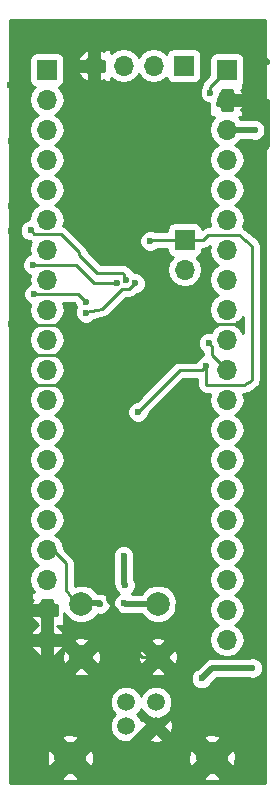
<source format=gbr>
G04 #@! TF.FileFunction,Copper,L2,Bot,Signal*
%FSLAX46Y46*%
G04 Gerber Fmt 4.6, Leading zero omitted, Abs format (unit mm)*
G04 Created by KiCad (PCBNEW 4.0.7) date 03/25/21 13:56:31*
%MOMM*%
%LPD*%
G01*
G04 APERTURE LIST*
%ADD10C,0.100000*%
%ADD11C,2.000000*%
%ADD12R,1.700000X1.700000*%
%ADD13O,1.700000X1.700000*%
%ADD14C,1.520000*%
%ADD15C,2.700000*%
%ADD16C,0.600000*%
%ADD17C,0.250000*%
%ADD18C,0.500000*%
%ADD19C,0.350000*%
G04 APERTURE END LIST*
D10*
D11*
X64028000Y-83866000D03*
X64028000Y-79366000D03*
X70528000Y-83866000D03*
X70528000Y-79366000D03*
D12*
X61110000Y-34158000D03*
D13*
X61110000Y-36698000D03*
X61110000Y-39238000D03*
X61110000Y-41778000D03*
X61110000Y-44318000D03*
X61110000Y-46858000D03*
X61110000Y-49398000D03*
X61110000Y-51938000D03*
X61110000Y-54478000D03*
X61110000Y-57018000D03*
X61110000Y-59558000D03*
X61110000Y-62098000D03*
X61110000Y-64638000D03*
X61110000Y-67178000D03*
X61110000Y-69718000D03*
X61110000Y-72258000D03*
X61110000Y-74798000D03*
X61110000Y-77338000D03*
X61110000Y-79878000D03*
X61110000Y-82418000D03*
D12*
X76350000Y-34158000D03*
D13*
X76350000Y-36698000D03*
X76350000Y-39238000D03*
X76350000Y-41778000D03*
X76350000Y-44318000D03*
X76350000Y-46858000D03*
X76350000Y-49398000D03*
X76350000Y-51938000D03*
X76350000Y-54478000D03*
X76350000Y-57018000D03*
X76350000Y-59558000D03*
X76350000Y-62098000D03*
X76350000Y-64638000D03*
X76350000Y-67178000D03*
X76350000Y-69718000D03*
X76350000Y-72258000D03*
X76350000Y-74798000D03*
X76350000Y-77338000D03*
X76350000Y-79878000D03*
X76350000Y-82418000D03*
D12*
X72694800Y-33807400D03*
D13*
X70154800Y-33807400D03*
X67614800Y-33807400D03*
X65074800Y-33807400D03*
D14*
X67828000Y-87706000D03*
X70368000Y-87706000D03*
X70368000Y-89706000D03*
X67828000Y-89706000D03*
D15*
X63098000Y-92406000D03*
X75098000Y-92406000D03*
D12*
X72788000Y-48556000D03*
D13*
X72788000Y-51096000D03*
D16*
X67068000Y-52196000D03*
X59978000Y-50666000D03*
X69528000Y-67996000D03*
X67328000Y-62976000D03*
X75148000Y-65906000D03*
X74308000Y-65446000D03*
X75208000Y-63396000D03*
X74098000Y-63216000D03*
X73178000Y-58746000D03*
X77358000Y-55686000D03*
X66547200Y-56425600D03*
X68038000Y-56586000D03*
X69278400Y-57336000D03*
X68798000Y-58776000D03*
X66547200Y-58246400D03*
X58338000Y-78516000D03*
X58228000Y-76136000D03*
X58228000Y-73506000D03*
X58148000Y-70636000D03*
X58258000Y-68116000D03*
X58398000Y-65826000D03*
X58368000Y-63286000D03*
X58258000Y-60616000D03*
X58368000Y-58066000D03*
X58098000Y-55706000D03*
X58138000Y-53076000D03*
X58278000Y-50406000D03*
X58058000Y-47776000D03*
X58118000Y-45706000D03*
X58228000Y-42246000D03*
X58118000Y-40176000D03*
X58278000Y-38226000D03*
X58008000Y-35486000D03*
X58338000Y-32856000D03*
X60128000Y-31966000D03*
X61918000Y-31686000D03*
X63928000Y-31796000D03*
X66498000Y-31796000D03*
X68848000Y-31626000D03*
X71468000Y-31576000D03*
X74208000Y-31626000D03*
X76278000Y-31736000D03*
X78678000Y-31856000D03*
X79718000Y-33526000D03*
X79768000Y-36866000D03*
X66718000Y-49226000D03*
X64148000Y-37276000D03*
X73748000Y-38876000D03*
X74178000Y-42486000D03*
X65648000Y-39826000D03*
X65268000Y-40776000D03*
X65208000Y-67756000D03*
X68398000Y-68116000D03*
X66038000Y-71356000D03*
X66238000Y-72876000D03*
X66248000Y-74696000D03*
X66198000Y-76466000D03*
X67768000Y-91466000D03*
X65878000Y-91246000D03*
X64788000Y-90116000D03*
X63568000Y-89716000D03*
X61828000Y-90126000D03*
X73778000Y-77726000D03*
X72378000Y-78276000D03*
X72238000Y-79656000D03*
X64428000Y-53816000D03*
X60048000Y-53151000D03*
X67668000Y-79346000D03*
X65628000Y-79356000D03*
X74968000Y-36086000D03*
X64428000Y-54716000D03*
X68578000Y-52246000D03*
X68848000Y-63116000D03*
X74598000Y-59236000D03*
X69868000Y-48636000D03*
X59748000Y-47756000D03*
X67828000Y-51916000D03*
X78718000Y-39246000D03*
X78508000Y-84806000D03*
X74218000Y-85696000D03*
X67738000Y-77756000D03*
X67608000Y-75326000D03*
X74808000Y-57306000D03*
D17*
X65108000Y-52196000D02*
X67068000Y-52196000D01*
X63558000Y-50646000D02*
X65108000Y-52196000D01*
X59998000Y-50646000D02*
X63558000Y-50646000D01*
X59978000Y-50666000D02*
X59998000Y-50646000D01*
D18*
X79768000Y-36866000D02*
X79768000Y-37516000D01*
X79738000Y-40616000D02*
X79248000Y-41106000D01*
X79738000Y-37546000D02*
X79738000Y-40616000D01*
X79768000Y-37516000D02*
X79738000Y-37546000D01*
D17*
X67328000Y-62976000D02*
X67328000Y-63276000D01*
X73058000Y-67996000D02*
X69528000Y-67996000D01*
X75148000Y-65906000D02*
X73058000Y-67996000D01*
X74308000Y-64296000D02*
X74308000Y-65446000D01*
X75208000Y-63396000D02*
X74308000Y-64296000D01*
X73158000Y-64156000D02*
X74098000Y-63216000D01*
X68208000Y-64156000D02*
X73158000Y-64156000D01*
X67328000Y-63276000D02*
X68208000Y-64156000D01*
X68798000Y-58776000D02*
X68408000Y-58776000D01*
X58468000Y-60826000D02*
X58258000Y-60616000D01*
X66358000Y-60826000D02*
X58468000Y-60826000D01*
X68408000Y-58776000D02*
X66358000Y-60826000D01*
X66547200Y-58246400D02*
X62527600Y-58246400D01*
X58628000Y-58326000D02*
X58368000Y-58066000D01*
X62448000Y-58326000D02*
X58628000Y-58326000D01*
X62527600Y-58246400D02*
X62448000Y-58326000D01*
X66547200Y-56425600D02*
X63357600Y-56425600D01*
X58738000Y-55706000D02*
X58098000Y-55706000D01*
X58778000Y-55746000D02*
X58738000Y-55706000D01*
X62678000Y-55746000D02*
X58778000Y-55746000D01*
X63357600Y-56425600D02*
X62678000Y-55746000D01*
X73178000Y-58746000D02*
X73178000Y-56746000D01*
X74238000Y-55686000D02*
X77358000Y-55686000D01*
X73178000Y-56746000D02*
X74238000Y-55686000D01*
X66547200Y-56425600D02*
X66707600Y-56586000D01*
X66707600Y-56586000D02*
X68038000Y-56586000D01*
X69278400Y-57336000D02*
X68798000Y-57816400D01*
X68798000Y-57816400D02*
X68798000Y-58776000D01*
X66547200Y-58246400D02*
X66547600Y-58246000D01*
X66547600Y-58246000D02*
X66548000Y-58246000D01*
D19*
X61110000Y-79878000D02*
X59700000Y-79878000D01*
X59700000Y-79878000D02*
X58338000Y-78516000D01*
X58228000Y-76136000D02*
X58228000Y-73506000D01*
X58148000Y-70636000D02*
X58258000Y-70526000D01*
X58258000Y-70526000D02*
X58258000Y-68116000D01*
X58398000Y-65826000D02*
X58368000Y-65796000D01*
X58368000Y-65796000D02*
X58368000Y-63286000D01*
X58368000Y-60506000D02*
X58368000Y-58066000D01*
X58258000Y-60616000D02*
X58368000Y-60506000D01*
X79110000Y-36698000D02*
X76350000Y-36698000D01*
X58098000Y-55706000D02*
X58138000Y-55666000D01*
X58138000Y-55666000D02*
X58138000Y-53076000D01*
X58278000Y-50406000D02*
X58058000Y-50186000D01*
X58058000Y-50186000D02*
X58058000Y-47776000D01*
X58118000Y-45706000D02*
X58228000Y-45596000D01*
X58228000Y-45596000D02*
X58228000Y-42246000D01*
X58118000Y-40176000D02*
X58278000Y-40016000D01*
X58278000Y-40016000D02*
X58278000Y-38226000D01*
X58008000Y-35486000D02*
X58338000Y-35156000D01*
X58338000Y-35156000D02*
X58338000Y-32856000D01*
X60128000Y-31966000D02*
X60408000Y-31686000D01*
X60408000Y-31686000D02*
X61918000Y-31686000D01*
X63928000Y-31796000D02*
X66498000Y-31796000D01*
X68848000Y-31626000D02*
X68898000Y-31576000D01*
X68898000Y-31576000D02*
X71468000Y-31576000D01*
X74208000Y-31626000D02*
X74318000Y-31736000D01*
X74318000Y-31736000D02*
X76278000Y-31736000D01*
X78678000Y-31856000D02*
X79238000Y-32416000D01*
X79238000Y-32416000D02*
X79718000Y-33526000D01*
X79768000Y-36866000D02*
X79110000Y-36698000D01*
D17*
X66198000Y-76466000D02*
X66198000Y-79046000D01*
X66198000Y-79046000D02*
X67118000Y-79966000D01*
X67118000Y-79966000D02*
X67118000Y-81826000D01*
X67118000Y-81826000D02*
X69158000Y-83866000D01*
X69158000Y-83866000D02*
X70528000Y-83866000D01*
X65718000Y-69996000D02*
X65718000Y-71036000D01*
X65718000Y-71036000D02*
X66038000Y-71356000D01*
X66238000Y-72876000D02*
X66248000Y-72886000D01*
X66248000Y-72886000D02*
X66248000Y-74696000D01*
X66198000Y-76466000D02*
X66198000Y-76446000D01*
X70368000Y-89706000D02*
X69528000Y-89706000D01*
X69528000Y-89706000D02*
X67768000Y-91466000D01*
X65878000Y-91246000D02*
X64788000Y-90156000D01*
X64788000Y-90156000D02*
X64788000Y-90116000D01*
X63568000Y-89716000D02*
X63158000Y-90126000D01*
X63158000Y-90126000D02*
X61828000Y-90126000D01*
D18*
X73778000Y-77726000D02*
X73228000Y-78276000D01*
X73228000Y-78276000D02*
X72378000Y-78276000D01*
X72238000Y-79656000D02*
X72238000Y-79676000D01*
D17*
X64428000Y-53816000D02*
X63763000Y-53151000D01*
X63763000Y-53151000D02*
X60048000Y-53151000D01*
X60023000Y-53251000D02*
X60048000Y-53226000D01*
X60048000Y-53226000D02*
X60048000Y-53151000D01*
D18*
X70528000Y-79366000D02*
X67708000Y-79386000D01*
X67708000Y-79386000D02*
X67668000Y-79346000D01*
X65628000Y-79356000D02*
X65608000Y-79336000D01*
X65608000Y-79336000D02*
X64028000Y-79366000D01*
D17*
X64028000Y-79366000D02*
X63618000Y-79366000D01*
X63618000Y-79366000D02*
X62728000Y-78206000D01*
X62728000Y-78206000D02*
X62728000Y-75906000D01*
X62728000Y-75906000D02*
X61620000Y-74798000D01*
X61620000Y-74798000D02*
X61110000Y-74798000D01*
X64536000Y-78858000D02*
X64028000Y-79366000D01*
X74918000Y-35590000D02*
X76350000Y-34158000D01*
X74918000Y-36036000D02*
X74918000Y-35590000D01*
X74968000Y-36086000D02*
X74918000Y-36036000D01*
X64428000Y-54716000D02*
X64458000Y-54686000D01*
X64458000Y-54686000D02*
X65818000Y-54396000D01*
X65818000Y-54396000D02*
X67498000Y-52716000D01*
X67498000Y-52716000D02*
X68108000Y-52716000D01*
X68108000Y-52716000D02*
X68578000Y-52246000D01*
X74218000Y-59616000D02*
X74598000Y-59236000D01*
X72348000Y-59616000D02*
X74218000Y-59616000D01*
X68848000Y-63116000D02*
X72348000Y-59616000D01*
X74598000Y-60866000D02*
X77798000Y-60866000D01*
X74378000Y-48556000D02*
X72788000Y-48556000D01*
X74758000Y-48176000D02*
X74378000Y-48556000D01*
X77388000Y-48176000D02*
X74758000Y-48176000D01*
X78468000Y-49096000D02*
X77388000Y-48176000D01*
X78468000Y-60456000D02*
X78468000Y-49096000D01*
X77798000Y-60866000D02*
X78468000Y-60456000D01*
X74598000Y-60866000D02*
X74598000Y-59236000D01*
X69868000Y-48636000D02*
X70108000Y-48556000D01*
X70108000Y-48556000D02*
X72788000Y-48556000D01*
X60048000Y-48056000D02*
X59748000Y-47756000D01*
X62278000Y-48056000D02*
X60048000Y-48056000D01*
X63838000Y-49616000D02*
X62278000Y-48056000D01*
X63838000Y-49816000D02*
X63838000Y-49616000D01*
X65378000Y-51356000D02*
X63838000Y-49816000D01*
X67598000Y-51356000D02*
X65378000Y-51356000D01*
X67828000Y-51916000D02*
X67598000Y-51356000D01*
D18*
X78010000Y-39238000D02*
X76350000Y-39238000D01*
X78718000Y-39246000D02*
X78010000Y-39238000D01*
X75118000Y-84796000D02*
X78508000Y-84806000D01*
X74218000Y-85696000D02*
X75118000Y-84796000D01*
X67738000Y-77756000D02*
X67608000Y-77626000D01*
X67608000Y-77626000D02*
X67608000Y-75326000D01*
D17*
X74808000Y-57306000D02*
X75108000Y-57606000D01*
X75108000Y-57606000D02*
X75108000Y-58316000D01*
X75108000Y-58316000D02*
X76350000Y-59558000D01*
X76350000Y-59398000D02*
X76350000Y-59558000D01*
G36*
X79598000Y-38953517D02*
X79502634Y-38722714D01*
X79242655Y-38462280D01*
X78902801Y-38321161D01*
X78534813Y-38320840D01*
X78421655Y-38367596D01*
X78019886Y-38363056D01*
X78014938Y-38363982D01*
X78010000Y-38363000D01*
X77534122Y-38363000D01*
X77421880Y-38195017D01*
X77400902Y-38181000D01*
X77725002Y-38181000D01*
X77725002Y-37548000D01*
X77547880Y-37548000D01*
X77686820Y-37340029D01*
X77604726Y-37123000D01*
X76775000Y-37123000D01*
X76775000Y-37548000D01*
X75925000Y-37548000D01*
X75925000Y-37123000D01*
X75500000Y-37123000D01*
X75500000Y-36861935D01*
X75751720Y-36610655D01*
X75891926Y-36273000D01*
X75925000Y-36273000D01*
X75925000Y-35848000D01*
X76775000Y-35848000D01*
X76775000Y-36273000D01*
X77604726Y-36273000D01*
X77686820Y-36055971D01*
X77547880Y-35848000D01*
X77725002Y-35848000D01*
X77725002Y-35346717D01*
X77787038Y-35255924D01*
X77837244Y-35008000D01*
X77837244Y-33308000D01*
X77793663Y-33076389D01*
X77656781Y-32863668D01*
X77447924Y-32720962D01*
X77200000Y-32670756D01*
X75500000Y-32670756D01*
X75268389Y-32714337D01*
X75055668Y-32851219D01*
X74912962Y-33060076D01*
X74862756Y-33308000D01*
X74862756Y-34584584D01*
X74387670Y-35059670D01*
X74225090Y-35302987D01*
X74168000Y-35590000D01*
X74168000Y-35600552D01*
X74043161Y-35901199D01*
X74042840Y-36269187D01*
X74183366Y-36609286D01*
X74443345Y-36869720D01*
X74783199Y-37010839D01*
X74867000Y-37010912D01*
X74867000Y-38073002D01*
X74974998Y-38073002D01*
X74974998Y-38181000D01*
X75299098Y-38181000D01*
X75278120Y-38195017D01*
X74958381Y-38673542D01*
X74846103Y-39238000D01*
X74958381Y-39802458D01*
X75278120Y-40280983D01*
X75617876Y-40508000D01*
X75278120Y-40735017D01*
X74958381Y-41213542D01*
X74846103Y-41778000D01*
X74958381Y-42342458D01*
X75278120Y-42820983D01*
X75617876Y-43048000D01*
X75278120Y-43275017D01*
X74958381Y-43753542D01*
X74846103Y-44318000D01*
X74958381Y-44882458D01*
X75278120Y-45360983D01*
X75617876Y-45588000D01*
X75278120Y-45815017D01*
X74958381Y-46293542D01*
X74846103Y-46858000D01*
X74958381Y-47422458D01*
X74960748Y-47426000D01*
X74758000Y-47426000D01*
X74470987Y-47483090D01*
X74259847Y-47624170D01*
X74231663Y-47474389D01*
X74094781Y-47261668D01*
X73885924Y-47118962D01*
X73638000Y-47068756D01*
X71938000Y-47068756D01*
X71706389Y-47112337D01*
X71493668Y-47249219D01*
X71350962Y-47458076D01*
X71300756Y-47706000D01*
X71300756Y-47806000D01*
X70281200Y-47806000D01*
X70052801Y-47711161D01*
X69684813Y-47710840D01*
X69344714Y-47851366D01*
X69084280Y-48111345D01*
X68943161Y-48451199D01*
X68942840Y-48819187D01*
X69083366Y-49159286D01*
X69343345Y-49419720D01*
X69683199Y-49560839D01*
X70051187Y-49561160D01*
X70391286Y-49420634D01*
X70506121Y-49306000D01*
X71300756Y-49306000D01*
X71300756Y-49406000D01*
X71344337Y-49637611D01*
X71481219Y-49850332D01*
X71690076Y-49993038D01*
X71778950Y-50011035D01*
X71716120Y-50053017D01*
X71396381Y-50531542D01*
X71284103Y-51096000D01*
X71396381Y-51660458D01*
X71716120Y-52138983D01*
X72194645Y-52458722D01*
X72759103Y-52571000D01*
X72816897Y-52571000D01*
X73381355Y-52458722D01*
X73859880Y-52138983D01*
X74179619Y-51660458D01*
X74291897Y-51096000D01*
X74179619Y-50531542D01*
X73859880Y-50053017D01*
X73799714Y-50012815D01*
X73869611Y-49999663D01*
X74082332Y-49862781D01*
X74225038Y-49653924D01*
X74275244Y-49406000D01*
X74275244Y-49306000D01*
X74378000Y-49306000D01*
X74665013Y-49248910D01*
X74908063Y-49086509D01*
X74846103Y-49398000D01*
X74958381Y-49962458D01*
X75278120Y-50440983D01*
X75617876Y-50668000D01*
X75278120Y-50895017D01*
X74958381Y-51373542D01*
X74846103Y-51938000D01*
X74958381Y-52502458D01*
X75278120Y-52980983D01*
X75617876Y-53208000D01*
X75278120Y-53435017D01*
X74958381Y-53913542D01*
X74846103Y-54478000D01*
X74958381Y-55042458D01*
X75278120Y-55520983D01*
X75617876Y-55748000D01*
X75278120Y-55975017D01*
X75003716Y-56385693D01*
X74992801Y-56381161D01*
X74624813Y-56380840D01*
X74284714Y-56521366D01*
X74024280Y-56781345D01*
X73883161Y-57121199D01*
X73882840Y-57489187D01*
X74023366Y-57829286D01*
X74283345Y-58089720D01*
X74358000Y-58120719D01*
X74358000Y-58316000D01*
X74361366Y-58332924D01*
X74074714Y-58451366D01*
X73814280Y-58711345D01*
X73750062Y-58866000D01*
X72348000Y-58866000D01*
X72060987Y-58923090D01*
X71817670Y-59085670D01*
X68712458Y-62190882D01*
X68664813Y-62190840D01*
X68324714Y-62331366D01*
X68064280Y-62591345D01*
X67923161Y-62931199D01*
X67922840Y-63299187D01*
X68063366Y-63639286D01*
X68323345Y-63899720D01*
X68663199Y-64040839D01*
X69031187Y-64041160D01*
X69371286Y-63900634D01*
X69631720Y-63640655D01*
X69772839Y-63300801D01*
X69772882Y-63251778D01*
X72658660Y-60366000D01*
X73848000Y-60366000D01*
X73848000Y-60866000D01*
X73905090Y-61153013D01*
X74067670Y-61396330D01*
X74310987Y-61558910D01*
X74598000Y-61616000D01*
X74941979Y-61616000D01*
X74846103Y-62098000D01*
X74958381Y-62662458D01*
X75278120Y-63140983D01*
X75617876Y-63368000D01*
X75278120Y-63595017D01*
X74958381Y-64073542D01*
X74846103Y-64638000D01*
X74958381Y-65202458D01*
X75278120Y-65680983D01*
X75617876Y-65908000D01*
X75278120Y-66135017D01*
X74958381Y-66613542D01*
X74846103Y-67178000D01*
X74958381Y-67742458D01*
X75278120Y-68220983D01*
X75617876Y-68448000D01*
X75278120Y-68675017D01*
X74958381Y-69153542D01*
X74846103Y-69718000D01*
X74958381Y-70282458D01*
X75278120Y-70760983D01*
X75617876Y-70988000D01*
X75278120Y-71215017D01*
X74958381Y-71693542D01*
X74846103Y-72258000D01*
X74958381Y-72822458D01*
X75278120Y-73300983D01*
X75617876Y-73528000D01*
X75278120Y-73755017D01*
X74958381Y-74233542D01*
X74846103Y-74798000D01*
X74958381Y-75362458D01*
X75278120Y-75840983D01*
X75617876Y-76068000D01*
X75278120Y-76295017D01*
X74958381Y-76773542D01*
X74846103Y-77338000D01*
X74958381Y-77902458D01*
X75278120Y-78380983D01*
X75617876Y-78608000D01*
X75278120Y-78835017D01*
X74958381Y-79313542D01*
X74846103Y-79878000D01*
X74958381Y-80442458D01*
X75278120Y-80920983D01*
X75617876Y-81148000D01*
X75278120Y-81375017D01*
X74958381Y-81853542D01*
X74846103Y-82418000D01*
X74958381Y-82982458D01*
X75278120Y-83460983D01*
X75756645Y-83780722D01*
X76321103Y-83893000D01*
X76378897Y-83893000D01*
X76943355Y-83780722D01*
X77421880Y-83460983D01*
X77741619Y-82982458D01*
X77853897Y-82418000D01*
X77741619Y-81853542D01*
X77421880Y-81375017D01*
X77082124Y-81148000D01*
X77421880Y-80920983D01*
X77741619Y-80442458D01*
X77853897Y-79878000D01*
X77741619Y-79313542D01*
X77421880Y-78835017D01*
X77082124Y-78608000D01*
X77421880Y-78380983D01*
X77741619Y-77902458D01*
X77853897Y-77338000D01*
X77741619Y-76773542D01*
X77421880Y-76295017D01*
X77082124Y-76068000D01*
X77421880Y-75840983D01*
X77741619Y-75362458D01*
X77853897Y-74798000D01*
X77741619Y-74233542D01*
X77421880Y-73755017D01*
X77082124Y-73528000D01*
X77421880Y-73300983D01*
X77741619Y-72822458D01*
X77853897Y-72258000D01*
X77741619Y-71693542D01*
X77421880Y-71215017D01*
X77082124Y-70988000D01*
X77421880Y-70760983D01*
X77741619Y-70282458D01*
X77853897Y-69718000D01*
X77741619Y-69153542D01*
X77421880Y-68675017D01*
X77082124Y-68448000D01*
X77421880Y-68220983D01*
X77741619Y-67742458D01*
X77853897Y-67178000D01*
X77741619Y-66613542D01*
X77421880Y-66135017D01*
X77082124Y-65908000D01*
X77421880Y-65680983D01*
X77741619Y-65202458D01*
X77853897Y-64638000D01*
X77741619Y-64073542D01*
X77421880Y-63595017D01*
X77082124Y-63368000D01*
X77421880Y-63140983D01*
X77741619Y-62662458D01*
X77853897Y-62098000D01*
X77758021Y-61616000D01*
X77798000Y-61616000D01*
X77855886Y-61604486D01*
X77914862Y-61606840D01*
X77998058Y-61576206D01*
X78085013Y-61558910D01*
X78134089Y-61526118D01*
X78189474Y-61505725D01*
X78859473Y-61095725D01*
X78924612Y-61035587D01*
X78998330Y-60986330D01*
X79031120Y-60937256D01*
X79074487Y-60897219D01*
X79111654Y-60816729D01*
X79160910Y-60743013D01*
X79172425Y-60685123D01*
X79197167Y-60631541D01*
X79200703Y-60542957D01*
X79218000Y-60456000D01*
X79218000Y-49096000D01*
X79212089Y-49066282D01*
X79215611Y-49036191D01*
X79183724Y-48923683D01*
X79160910Y-48808987D01*
X79144078Y-48783796D01*
X79135816Y-48754645D01*
X79063297Y-48662899D01*
X78998330Y-48565670D01*
X78973138Y-48548837D01*
X78954350Y-48525068D01*
X77874350Y-47605068D01*
X77772250Y-47548062D01*
X77693052Y-47495144D01*
X77741619Y-47422458D01*
X77853897Y-46858000D01*
X77741619Y-46293542D01*
X77421880Y-45815017D01*
X77082124Y-45588000D01*
X77421880Y-45360983D01*
X77741619Y-44882458D01*
X77853897Y-44318000D01*
X77741619Y-43753542D01*
X77421880Y-43275017D01*
X77082124Y-43048000D01*
X77421880Y-42820983D01*
X77741619Y-42342458D01*
X77853897Y-41778000D01*
X77741619Y-41213542D01*
X77421880Y-40735017D01*
X77082124Y-40508000D01*
X77421880Y-40280983D01*
X77534122Y-40113000D01*
X78005070Y-40113000D01*
X78404784Y-40117517D01*
X78533199Y-40170839D01*
X78901187Y-40171160D01*
X79241286Y-40030634D01*
X79501720Y-39770655D01*
X79598000Y-39538786D01*
X79598000Y-94576000D01*
X57998000Y-94576000D01*
X57998000Y-94111584D01*
X62347010Y-94111584D01*
X62523858Y-94344617D01*
X63309438Y-94416763D01*
X63672142Y-94344617D01*
X63848990Y-94111584D01*
X74347010Y-94111584D01*
X74523858Y-94344617D01*
X75309438Y-94416763D01*
X75672142Y-94344617D01*
X75848990Y-94111584D01*
X75098000Y-93360594D01*
X74347010Y-94111584D01*
X63848990Y-94111584D01*
X63098000Y-93360594D01*
X62347010Y-94111584D01*
X57998000Y-94111584D01*
X57998000Y-92617438D01*
X61087237Y-92617438D01*
X61159383Y-92980142D01*
X61392416Y-93156990D01*
X62143406Y-92406000D01*
X64052594Y-92406000D01*
X64803584Y-93156990D01*
X65036617Y-92980142D01*
X65069926Y-92617438D01*
X73087237Y-92617438D01*
X73159383Y-92980142D01*
X73392416Y-93156990D01*
X74143406Y-92406000D01*
X76052594Y-92406000D01*
X76803584Y-93156990D01*
X77036617Y-92980142D01*
X77108763Y-92194562D01*
X77036617Y-91831858D01*
X76803584Y-91655010D01*
X76052594Y-92406000D01*
X74143406Y-92406000D01*
X73392416Y-91655010D01*
X73159383Y-91831858D01*
X73087237Y-92617438D01*
X65069926Y-92617438D01*
X65108763Y-92194562D01*
X65036617Y-91831858D01*
X64803584Y-91655010D01*
X64052594Y-92406000D01*
X62143406Y-92406000D01*
X61392416Y-91655010D01*
X61159383Y-91831858D01*
X61087237Y-92617438D01*
X57998000Y-92617438D01*
X57998000Y-90700416D01*
X62347010Y-90700416D01*
X63098000Y-91451406D01*
X63848990Y-90700416D01*
X63672142Y-90467383D01*
X62886562Y-90395237D01*
X62523858Y-90467383D01*
X62347010Y-90700416D01*
X57998000Y-90700416D01*
X57998000Y-87980285D01*
X66442760Y-87980285D01*
X66653169Y-88489515D01*
X66869313Y-88706036D01*
X66654539Y-88920436D01*
X66443241Y-89429298D01*
X66442760Y-89980285D01*
X66653169Y-90489515D01*
X67042436Y-90879461D01*
X67551298Y-91090759D01*
X68102285Y-91091240D01*
X68611515Y-90880831D01*
X68666758Y-90825684D01*
X69785717Y-90825684D01*
X69871036Y-91036507D01*
X70418028Y-91125408D01*
X70864964Y-91036507D01*
X70950283Y-90825684D01*
X70825015Y-90700416D01*
X74347010Y-90700416D01*
X75098000Y-91451406D01*
X75848990Y-90700416D01*
X75672142Y-90467383D01*
X74886562Y-90395237D01*
X74523858Y-90467383D01*
X74347010Y-90700416D01*
X70825015Y-90700416D01*
X70368000Y-90243401D01*
X69785717Y-90825684D01*
X68666758Y-90825684D01*
X69001461Y-90491564D01*
X69109241Y-90232000D01*
X69248316Y-90288283D01*
X69830599Y-89706000D01*
X70905401Y-89706000D01*
X71487684Y-90288283D01*
X71698507Y-90202964D01*
X71787408Y-89655972D01*
X71698507Y-89209036D01*
X71487684Y-89123717D01*
X70905401Y-89706000D01*
X69830599Y-89706000D01*
X69248316Y-89123717D01*
X69109235Y-89180002D01*
X69002831Y-88922485D01*
X68786687Y-88705964D01*
X69001461Y-88491564D01*
X69097976Y-88259130D01*
X69193169Y-88489515D01*
X69582436Y-88879461D01*
X70091298Y-89090759D01*
X70290334Y-89090933D01*
X70368000Y-89168599D01*
X70445531Y-89091068D01*
X70642285Y-89091240D01*
X71151515Y-88880831D01*
X71541461Y-88491564D01*
X71752759Y-87982702D01*
X71753240Y-87431715D01*
X71542831Y-86922485D01*
X71153564Y-86532539D01*
X70644702Y-86321241D01*
X70093715Y-86320760D01*
X69584485Y-86531169D01*
X69194539Y-86920436D01*
X69098024Y-87152870D01*
X69002831Y-86922485D01*
X68613564Y-86532539D01*
X68104702Y-86321241D01*
X67553715Y-86320760D01*
X67044485Y-86531169D01*
X66654539Y-86920436D01*
X66443241Y-87429298D01*
X66442760Y-87980285D01*
X57998000Y-87980285D01*
X57998000Y-85879187D01*
X73292840Y-85879187D01*
X73433366Y-86219286D01*
X73693345Y-86479720D01*
X74033199Y-86620839D01*
X74401187Y-86621160D01*
X74741286Y-86480634D01*
X75001720Y-86220655D01*
X75052093Y-86099344D01*
X75479367Y-85672070D01*
X78201001Y-85680098D01*
X78323199Y-85730839D01*
X78691187Y-85731160D01*
X79031286Y-85590634D01*
X79291720Y-85330655D01*
X79432839Y-84990801D01*
X79433160Y-84622813D01*
X79292634Y-84282714D01*
X79032655Y-84022280D01*
X78692801Y-83881161D01*
X78324813Y-83880840D01*
X78205584Y-83930104D01*
X75120581Y-83921004D01*
X75119288Y-83921257D01*
X75118000Y-83921001D01*
X74951920Y-83954036D01*
X74785538Y-83986621D01*
X74784443Y-83987348D01*
X74783152Y-83987605D01*
X74642104Y-84081850D01*
X74501110Y-84175460D01*
X74500377Y-84176549D01*
X74499281Y-84177282D01*
X73814828Y-84861736D01*
X73694714Y-84911366D01*
X73434280Y-85171345D01*
X73293161Y-85511199D01*
X73292840Y-85879187D01*
X57998000Y-85879187D01*
X57998000Y-85224609D01*
X63376498Y-85224609D01*
X63499021Y-85444727D01*
X64143440Y-85526985D01*
X64556979Y-85444727D01*
X64679502Y-85224609D01*
X69876498Y-85224609D01*
X69999021Y-85444727D01*
X70643440Y-85526985D01*
X71056979Y-85444727D01*
X71179502Y-85224609D01*
X70528000Y-84573107D01*
X69876498Y-85224609D01*
X64679502Y-85224609D01*
X64028000Y-84573107D01*
X63376498Y-85224609D01*
X57998000Y-85224609D01*
X57998000Y-83981440D01*
X62367015Y-83981440D01*
X62449273Y-84394979D01*
X62669391Y-84517502D01*
X63320893Y-83866000D01*
X64735107Y-83866000D01*
X65386609Y-84517502D01*
X65606727Y-84394979D01*
X65659513Y-83981440D01*
X68867015Y-83981440D01*
X68949273Y-84394979D01*
X69169391Y-84517502D01*
X69820893Y-83866000D01*
X71235107Y-83866000D01*
X71886609Y-84517502D01*
X72106727Y-84394979D01*
X72188985Y-83750560D01*
X72106727Y-83337021D01*
X71886609Y-83214498D01*
X71235107Y-83866000D01*
X69820893Y-83866000D01*
X69169391Y-83214498D01*
X68949273Y-83337021D01*
X68867015Y-83981440D01*
X65659513Y-83981440D01*
X65688985Y-83750560D01*
X65606727Y-83337021D01*
X65386609Y-83214498D01*
X64735107Y-83866000D01*
X63320893Y-83866000D01*
X62669391Y-83214498D01*
X62449273Y-83337021D01*
X62367015Y-83981440D01*
X57998000Y-83981440D01*
X57998000Y-83060029D01*
X59773180Y-83060029D01*
X60005246Y-83407396D01*
X60467966Y-83754854D01*
X60685000Y-83680581D01*
X60685000Y-82843000D01*
X61535000Y-82843000D01*
X61535000Y-83680581D01*
X61752034Y-83754854D01*
X62214754Y-83407396D01*
X62446820Y-83060029D01*
X62364726Y-82843000D01*
X61535000Y-82843000D01*
X60685000Y-82843000D01*
X59855274Y-82843000D01*
X59773180Y-83060029D01*
X57998000Y-83060029D01*
X57998000Y-82507391D01*
X63376498Y-82507391D01*
X64028000Y-83158893D01*
X64679502Y-82507391D01*
X69876498Y-82507391D01*
X70528000Y-83158893D01*
X71179502Y-82507391D01*
X71056979Y-82287273D01*
X70412560Y-82205015D01*
X69999021Y-82287273D01*
X69876498Y-82507391D01*
X64679502Y-82507391D01*
X64556979Y-82287273D01*
X63912560Y-82205015D01*
X63499021Y-82287273D01*
X63376498Y-82507391D01*
X57998000Y-82507391D01*
X57998000Y-80520029D01*
X59773180Y-80520029D01*
X60005246Y-80867396D01*
X60378935Y-81148000D01*
X60005246Y-81428604D01*
X59773180Y-81775971D01*
X59855274Y-81993000D01*
X60685000Y-81993000D01*
X60685000Y-81155419D01*
X60663321Y-81148000D01*
X60685000Y-81140581D01*
X60685000Y-80303000D01*
X59855274Y-80303000D01*
X59773180Y-80520029D01*
X57998000Y-80520029D01*
X57998000Y-47939187D01*
X58822840Y-47939187D01*
X58963366Y-48279286D01*
X59223345Y-48539720D01*
X59563199Y-48680839D01*
X59659237Y-48680923D01*
X59760987Y-48748910D01*
X59773294Y-48751358D01*
X59718381Y-48833542D01*
X59606103Y-49398000D01*
X59683451Y-49786854D01*
X59454714Y-49881366D01*
X59194280Y-50141345D01*
X59053161Y-50481199D01*
X59052840Y-50849187D01*
X59193366Y-51189286D01*
X59453345Y-51449720D01*
X59684164Y-51545564D01*
X59606103Y-51938000D01*
X59678658Y-52302758D01*
X59524714Y-52366366D01*
X59264280Y-52626345D01*
X59123161Y-52966199D01*
X59122840Y-53334187D01*
X59263366Y-53674286D01*
X59523345Y-53934720D01*
X59699610Y-54007911D01*
X59606103Y-54478000D01*
X59718381Y-55042458D01*
X60038120Y-55520983D01*
X60377876Y-55748000D01*
X60038120Y-55975017D01*
X59718381Y-56453542D01*
X59606103Y-57018000D01*
X59718381Y-57582458D01*
X60038120Y-58060983D01*
X60377876Y-58288000D01*
X60038120Y-58515017D01*
X59718381Y-58993542D01*
X59606103Y-59558000D01*
X59718381Y-60122458D01*
X60038120Y-60600983D01*
X60377876Y-60828000D01*
X60038120Y-61055017D01*
X59718381Y-61533542D01*
X59606103Y-62098000D01*
X59718381Y-62662458D01*
X60038120Y-63140983D01*
X60377876Y-63368000D01*
X60038120Y-63595017D01*
X59718381Y-64073542D01*
X59606103Y-64638000D01*
X59718381Y-65202458D01*
X60038120Y-65680983D01*
X60377876Y-65908000D01*
X60038120Y-66135017D01*
X59718381Y-66613542D01*
X59606103Y-67178000D01*
X59718381Y-67742458D01*
X60038120Y-68220983D01*
X60377876Y-68448000D01*
X60038120Y-68675017D01*
X59718381Y-69153542D01*
X59606103Y-69718000D01*
X59718381Y-70282458D01*
X60038120Y-70760983D01*
X60377876Y-70988000D01*
X60038120Y-71215017D01*
X59718381Y-71693542D01*
X59606103Y-72258000D01*
X59718381Y-72822458D01*
X60038120Y-73300983D01*
X60377876Y-73528000D01*
X60038120Y-73755017D01*
X59718381Y-74233542D01*
X59606103Y-74798000D01*
X59718381Y-75362458D01*
X60038120Y-75840983D01*
X60377876Y-76068000D01*
X60038120Y-76295017D01*
X59718381Y-76773542D01*
X59606103Y-77338000D01*
X59718381Y-77902458D01*
X60038120Y-78380983D01*
X60059098Y-78395000D01*
X59734998Y-78395000D01*
X59734998Y-79028000D01*
X59912120Y-79028000D01*
X59773180Y-79235971D01*
X59855274Y-79453000D01*
X60685000Y-79453000D01*
X60685000Y-79028000D01*
X61535000Y-79028000D01*
X61535000Y-79453000D01*
X61960000Y-79453000D01*
X61960000Y-80303000D01*
X61535000Y-80303000D01*
X61535000Y-81140581D01*
X61556679Y-81148000D01*
X61535000Y-81155419D01*
X61535000Y-81993000D01*
X62364726Y-81993000D01*
X62446820Y-81775971D01*
X62214754Y-81428604D01*
X61980899Y-81253002D01*
X62593000Y-81253002D01*
X62593000Y-80148332D01*
X62649588Y-80285286D01*
X63106309Y-80742805D01*
X63703349Y-80990718D01*
X64349814Y-80991282D01*
X64947286Y-80744412D01*
X65404805Y-80287691D01*
X65412878Y-80268249D01*
X65443199Y-80280839D01*
X65811187Y-80281160D01*
X66151286Y-80140634D01*
X66411720Y-79880655D01*
X66552839Y-79540801D01*
X66553160Y-79172813D01*
X66412634Y-78832714D01*
X66152655Y-78572280D01*
X65812801Y-78431161D01*
X65444813Y-78430840D01*
X65406407Y-78446709D01*
X64949691Y-77989195D01*
X64352651Y-77741282D01*
X63706186Y-77740718D01*
X63478000Y-77835002D01*
X63478000Y-75906000D01*
X63420910Y-75618987D01*
X63347544Y-75509187D01*
X66682840Y-75509187D01*
X66733000Y-75630584D01*
X66733000Y-77626000D01*
X66773770Y-77830965D01*
X66799605Y-77960848D01*
X66857739Y-78047852D01*
X66953366Y-78279286D01*
X67208602Y-78534968D01*
X67144714Y-78561366D01*
X66884280Y-78821345D01*
X66743161Y-79161199D01*
X66742840Y-79529187D01*
X66883366Y-79869286D01*
X67143345Y-80129720D01*
X67483199Y-80270839D01*
X67851187Y-80271160D01*
X67878652Y-80259812D01*
X69135380Y-80250899D01*
X69149588Y-80285286D01*
X69606309Y-80742805D01*
X70203349Y-80990718D01*
X70849814Y-80991282D01*
X71447286Y-80744412D01*
X71904805Y-80287691D01*
X72152718Y-79690651D01*
X72153282Y-79044186D01*
X71906412Y-78446714D01*
X71449691Y-77989195D01*
X70852651Y-77741282D01*
X70206186Y-77740718D01*
X69608714Y-77987588D01*
X69151195Y-78444309D01*
X69127692Y-78500909D01*
X68295165Y-78506814D01*
X68521720Y-78280655D01*
X68662839Y-77940801D01*
X68663160Y-77572813D01*
X68522634Y-77232714D01*
X68483000Y-77193011D01*
X68483000Y-75630827D01*
X68532839Y-75510801D01*
X68533160Y-75142813D01*
X68392634Y-74802714D01*
X68132655Y-74542280D01*
X67792801Y-74401161D01*
X67424813Y-74400840D01*
X67084714Y-74541366D01*
X66824280Y-74801345D01*
X66683161Y-75141199D01*
X66682840Y-75509187D01*
X63347544Y-75509187D01*
X63258330Y-75375670D01*
X62597319Y-74714659D01*
X62501619Y-74233542D01*
X62181880Y-73755017D01*
X61842124Y-73528000D01*
X62181880Y-73300983D01*
X62501619Y-72822458D01*
X62613897Y-72258000D01*
X62501619Y-71693542D01*
X62181880Y-71215017D01*
X61842124Y-70988000D01*
X62181880Y-70760983D01*
X62501619Y-70282458D01*
X62613897Y-69718000D01*
X62501619Y-69153542D01*
X62181880Y-68675017D01*
X61842124Y-68448000D01*
X62181880Y-68220983D01*
X62501619Y-67742458D01*
X62613897Y-67178000D01*
X62501619Y-66613542D01*
X62181880Y-66135017D01*
X61842124Y-65908000D01*
X62181880Y-65680983D01*
X62501619Y-65202458D01*
X62613897Y-64638000D01*
X62501619Y-64073542D01*
X62181880Y-63595017D01*
X61842124Y-63368000D01*
X62181880Y-63140983D01*
X62501619Y-62662458D01*
X62613897Y-62098000D01*
X62501619Y-61533542D01*
X62181880Y-61055017D01*
X61842124Y-60828000D01*
X62181880Y-60600983D01*
X62501619Y-60122458D01*
X62613897Y-59558000D01*
X62501619Y-58993542D01*
X62181880Y-58515017D01*
X61842124Y-58288000D01*
X62181880Y-58060983D01*
X62501619Y-57582458D01*
X62613897Y-57018000D01*
X62501619Y-56453542D01*
X62181880Y-55975017D01*
X61842124Y-55748000D01*
X62181880Y-55520983D01*
X62501619Y-55042458D01*
X62613897Y-54478000D01*
X62501619Y-53913542D01*
X62493239Y-53901000D01*
X63452340Y-53901000D01*
X63502882Y-53951542D01*
X63502840Y-53999187D01*
X63613183Y-54266236D01*
X63503161Y-54531199D01*
X63502840Y-54899187D01*
X63643366Y-55239286D01*
X63903345Y-55499720D01*
X64243199Y-55640839D01*
X64611187Y-55641160D01*
X64951286Y-55500634D01*
X65146134Y-55306127D01*
X65974410Y-55129509D01*
X66037569Y-55102325D01*
X66105013Y-55088910D01*
X66170673Y-55045037D01*
X66243206Y-55013819D01*
X66291157Y-54964532D01*
X66348330Y-54926330D01*
X67808660Y-53466000D01*
X68108000Y-53466000D01*
X68395013Y-53408910D01*
X68638330Y-53246330D01*
X68713542Y-53171118D01*
X68761187Y-53171160D01*
X69101286Y-53030634D01*
X69361720Y-52770655D01*
X69502839Y-52430801D01*
X69503160Y-52062813D01*
X69362634Y-51722714D01*
X69102655Y-51462280D01*
X68762801Y-51321161D01*
X68541013Y-51320968D01*
X68352655Y-51132280D01*
X68309559Y-51114385D01*
X68291765Y-51071061D01*
X68291133Y-51070109D01*
X68290910Y-51068987D01*
X68210234Y-50948248D01*
X68129914Y-50827258D01*
X68128964Y-50826619D01*
X68128330Y-50825670D01*
X68007521Y-50744947D01*
X67887083Y-50663952D01*
X67885965Y-50663726D01*
X67885013Y-50663090D01*
X67742524Y-50634747D01*
X67600243Y-50606003D01*
X67599120Y-50606223D01*
X67598000Y-50606000D01*
X65688660Y-50606000D01*
X64560523Y-49477863D01*
X64530910Y-49328987D01*
X64368330Y-49085670D01*
X62808330Y-47525670D01*
X62565013Y-47363090D01*
X62515391Y-47353220D01*
X62613897Y-46858000D01*
X62501619Y-46293542D01*
X62181880Y-45815017D01*
X61842124Y-45588000D01*
X62181880Y-45360983D01*
X62501619Y-44882458D01*
X62613897Y-44318000D01*
X62501619Y-43753542D01*
X62181880Y-43275017D01*
X61842124Y-43048000D01*
X62181880Y-42820983D01*
X62501619Y-42342458D01*
X62613897Y-41778000D01*
X62501619Y-41213542D01*
X62181880Y-40735017D01*
X61842124Y-40508000D01*
X62181880Y-40280983D01*
X62501619Y-39802458D01*
X62613897Y-39238000D01*
X62501619Y-38673542D01*
X62181880Y-38195017D01*
X61842124Y-37968000D01*
X62181880Y-37740983D01*
X62501619Y-37262458D01*
X62613897Y-36698000D01*
X62501619Y-36133542D01*
X62181880Y-35655017D01*
X62121714Y-35614815D01*
X62191611Y-35601663D01*
X62404332Y-35464781D01*
X62547038Y-35255924D01*
X62597244Y-35008000D01*
X62597244Y-34449434D01*
X63737946Y-34449434D01*
X64085404Y-34912154D01*
X64432771Y-35144220D01*
X64649800Y-35062126D01*
X64649800Y-34232400D01*
X63812219Y-34232400D01*
X63737946Y-34449434D01*
X62597244Y-34449434D01*
X62597244Y-33308000D01*
X62570406Y-33165366D01*
X63737946Y-33165366D01*
X63812219Y-33382400D01*
X64649800Y-33382400D01*
X64649800Y-32552674D01*
X65499800Y-32552674D01*
X65499800Y-33382400D01*
X65924800Y-33382400D01*
X65924800Y-34232400D01*
X65499800Y-34232400D01*
X65499800Y-35062126D01*
X65716829Y-35144220D01*
X65924800Y-35005280D01*
X65924800Y-35182402D01*
X66557800Y-35182402D01*
X66557800Y-34858302D01*
X66571817Y-34879280D01*
X67050342Y-35199019D01*
X67614800Y-35311297D01*
X68179258Y-35199019D01*
X68657783Y-34879280D01*
X68884800Y-34539524D01*
X69111817Y-34879280D01*
X69590342Y-35199019D01*
X70154800Y-35311297D01*
X70719258Y-35199019D01*
X71197783Y-34879280D01*
X71237985Y-34819114D01*
X71251137Y-34889011D01*
X71388019Y-35101732D01*
X71596876Y-35244438D01*
X71844800Y-35294644D01*
X73544800Y-35294644D01*
X73776411Y-35251063D01*
X73989132Y-35114181D01*
X74131838Y-34905324D01*
X74182044Y-34657400D01*
X74182044Y-32957400D01*
X74138463Y-32725789D01*
X74001581Y-32513068D01*
X73792724Y-32370362D01*
X73544800Y-32320156D01*
X71844800Y-32320156D01*
X71613189Y-32363737D01*
X71400468Y-32500619D01*
X71257762Y-32709476D01*
X71239765Y-32798350D01*
X71197783Y-32735520D01*
X70719258Y-32415781D01*
X70154800Y-32303503D01*
X69590342Y-32415781D01*
X69111817Y-32735520D01*
X68884800Y-33075276D01*
X68657783Y-32735520D01*
X68179258Y-32415781D01*
X67614800Y-32303503D01*
X67050342Y-32415781D01*
X66571817Y-32735520D01*
X66557800Y-32756498D01*
X66557800Y-32432398D01*
X65924800Y-32432398D01*
X65924800Y-32609520D01*
X65716829Y-32470580D01*
X65499800Y-32552674D01*
X64649800Y-32552674D01*
X64432771Y-32470580D01*
X64085404Y-32702646D01*
X63737946Y-33165366D01*
X62570406Y-33165366D01*
X62553663Y-33076389D01*
X62416781Y-32863668D01*
X62207924Y-32720962D01*
X61960000Y-32670756D01*
X60260000Y-32670756D01*
X60028389Y-32714337D01*
X59815668Y-32851219D01*
X59672962Y-33060076D01*
X59622756Y-33308000D01*
X59622756Y-35008000D01*
X59666337Y-35239611D01*
X59803219Y-35452332D01*
X60012076Y-35595038D01*
X60100950Y-35613035D01*
X60038120Y-35655017D01*
X59718381Y-36133542D01*
X59606103Y-36698000D01*
X59718381Y-37262458D01*
X60038120Y-37740983D01*
X60377876Y-37968000D01*
X60038120Y-38195017D01*
X59718381Y-38673542D01*
X59606103Y-39238000D01*
X59718381Y-39802458D01*
X60038120Y-40280983D01*
X60377876Y-40508000D01*
X60038120Y-40735017D01*
X59718381Y-41213542D01*
X59606103Y-41778000D01*
X59718381Y-42342458D01*
X60038120Y-42820983D01*
X60377876Y-43048000D01*
X60038120Y-43275017D01*
X59718381Y-43753542D01*
X59606103Y-44318000D01*
X59718381Y-44882458D01*
X60038120Y-45360983D01*
X60377876Y-45588000D01*
X60038120Y-45815017D01*
X59718381Y-46293542D01*
X59611497Y-46830881D01*
X59564813Y-46830840D01*
X59224714Y-46971366D01*
X58964280Y-47231345D01*
X58823161Y-47571199D01*
X58822840Y-47939187D01*
X57998000Y-47939187D01*
X57998000Y-29976000D01*
X79598000Y-29976000D01*
X79598000Y-38953517D01*
X79598000Y-38953517D01*
G37*
X79598000Y-38953517D02*
X79502634Y-38722714D01*
X79242655Y-38462280D01*
X78902801Y-38321161D01*
X78534813Y-38320840D01*
X78421655Y-38367596D01*
X78019886Y-38363056D01*
X78014938Y-38363982D01*
X78010000Y-38363000D01*
X77534122Y-38363000D01*
X77421880Y-38195017D01*
X77400902Y-38181000D01*
X77725002Y-38181000D01*
X77725002Y-37548000D01*
X77547880Y-37548000D01*
X77686820Y-37340029D01*
X77604726Y-37123000D01*
X76775000Y-37123000D01*
X76775000Y-37548000D01*
X75925000Y-37548000D01*
X75925000Y-37123000D01*
X75500000Y-37123000D01*
X75500000Y-36861935D01*
X75751720Y-36610655D01*
X75891926Y-36273000D01*
X75925000Y-36273000D01*
X75925000Y-35848000D01*
X76775000Y-35848000D01*
X76775000Y-36273000D01*
X77604726Y-36273000D01*
X77686820Y-36055971D01*
X77547880Y-35848000D01*
X77725002Y-35848000D01*
X77725002Y-35346717D01*
X77787038Y-35255924D01*
X77837244Y-35008000D01*
X77837244Y-33308000D01*
X77793663Y-33076389D01*
X77656781Y-32863668D01*
X77447924Y-32720962D01*
X77200000Y-32670756D01*
X75500000Y-32670756D01*
X75268389Y-32714337D01*
X75055668Y-32851219D01*
X74912962Y-33060076D01*
X74862756Y-33308000D01*
X74862756Y-34584584D01*
X74387670Y-35059670D01*
X74225090Y-35302987D01*
X74168000Y-35590000D01*
X74168000Y-35600552D01*
X74043161Y-35901199D01*
X74042840Y-36269187D01*
X74183366Y-36609286D01*
X74443345Y-36869720D01*
X74783199Y-37010839D01*
X74867000Y-37010912D01*
X74867000Y-38073002D01*
X74974998Y-38073002D01*
X74974998Y-38181000D01*
X75299098Y-38181000D01*
X75278120Y-38195017D01*
X74958381Y-38673542D01*
X74846103Y-39238000D01*
X74958381Y-39802458D01*
X75278120Y-40280983D01*
X75617876Y-40508000D01*
X75278120Y-40735017D01*
X74958381Y-41213542D01*
X74846103Y-41778000D01*
X74958381Y-42342458D01*
X75278120Y-42820983D01*
X75617876Y-43048000D01*
X75278120Y-43275017D01*
X74958381Y-43753542D01*
X74846103Y-44318000D01*
X74958381Y-44882458D01*
X75278120Y-45360983D01*
X75617876Y-45588000D01*
X75278120Y-45815017D01*
X74958381Y-46293542D01*
X74846103Y-46858000D01*
X74958381Y-47422458D01*
X74960748Y-47426000D01*
X74758000Y-47426000D01*
X74470987Y-47483090D01*
X74259847Y-47624170D01*
X74231663Y-47474389D01*
X74094781Y-47261668D01*
X73885924Y-47118962D01*
X73638000Y-47068756D01*
X71938000Y-47068756D01*
X71706389Y-47112337D01*
X71493668Y-47249219D01*
X71350962Y-47458076D01*
X71300756Y-47706000D01*
X71300756Y-47806000D01*
X70281200Y-47806000D01*
X70052801Y-47711161D01*
X69684813Y-47710840D01*
X69344714Y-47851366D01*
X69084280Y-48111345D01*
X68943161Y-48451199D01*
X68942840Y-48819187D01*
X69083366Y-49159286D01*
X69343345Y-49419720D01*
X69683199Y-49560839D01*
X70051187Y-49561160D01*
X70391286Y-49420634D01*
X70506121Y-49306000D01*
X71300756Y-49306000D01*
X71300756Y-49406000D01*
X71344337Y-49637611D01*
X71481219Y-49850332D01*
X71690076Y-49993038D01*
X71778950Y-50011035D01*
X71716120Y-50053017D01*
X71396381Y-50531542D01*
X71284103Y-51096000D01*
X71396381Y-51660458D01*
X71716120Y-52138983D01*
X72194645Y-52458722D01*
X72759103Y-52571000D01*
X72816897Y-52571000D01*
X73381355Y-52458722D01*
X73859880Y-52138983D01*
X74179619Y-51660458D01*
X74291897Y-51096000D01*
X74179619Y-50531542D01*
X73859880Y-50053017D01*
X73799714Y-50012815D01*
X73869611Y-49999663D01*
X74082332Y-49862781D01*
X74225038Y-49653924D01*
X74275244Y-49406000D01*
X74275244Y-49306000D01*
X74378000Y-49306000D01*
X74665013Y-49248910D01*
X74908063Y-49086509D01*
X74846103Y-49398000D01*
X74958381Y-49962458D01*
X75278120Y-50440983D01*
X75617876Y-50668000D01*
X75278120Y-50895017D01*
X74958381Y-51373542D01*
X74846103Y-51938000D01*
X74958381Y-52502458D01*
X75278120Y-52980983D01*
X75617876Y-53208000D01*
X75278120Y-53435017D01*
X74958381Y-53913542D01*
X74846103Y-54478000D01*
X74958381Y-55042458D01*
X75278120Y-55520983D01*
X75617876Y-55748000D01*
X75278120Y-55975017D01*
X75003716Y-56385693D01*
X74992801Y-56381161D01*
X74624813Y-56380840D01*
X74284714Y-56521366D01*
X74024280Y-56781345D01*
X73883161Y-57121199D01*
X73882840Y-57489187D01*
X74023366Y-57829286D01*
X74283345Y-58089720D01*
X74358000Y-58120719D01*
X74358000Y-58316000D01*
X74361366Y-58332924D01*
X74074714Y-58451366D01*
X73814280Y-58711345D01*
X73750062Y-58866000D01*
X72348000Y-58866000D01*
X72060987Y-58923090D01*
X71817670Y-59085670D01*
X68712458Y-62190882D01*
X68664813Y-62190840D01*
X68324714Y-62331366D01*
X68064280Y-62591345D01*
X67923161Y-62931199D01*
X67922840Y-63299187D01*
X68063366Y-63639286D01*
X68323345Y-63899720D01*
X68663199Y-64040839D01*
X69031187Y-64041160D01*
X69371286Y-63900634D01*
X69631720Y-63640655D01*
X69772839Y-63300801D01*
X69772882Y-63251778D01*
X72658660Y-60366000D01*
X73848000Y-60366000D01*
X73848000Y-60866000D01*
X73905090Y-61153013D01*
X74067670Y-61396330D01*
X74310987Y-61558910D01*
X74598000Y-61616000D01*
X74941979Y-61616000D01*
X74846103Y-62098000D01*
X74958381Y-62662458D01*
X75278120Y-63140983D01*
X75617876Y-63368000D01*
X75278120Y-63595017D01*
X74958381Y-64073542D01*
X74846103Y-64638000D01*
X74958381Y-65202458D01*
X75278120Y-65680983D01*
X75617876Y-65908000D01*
X75278120Y-66135017D01*
X74958381Y-66613542D01*
X74846103Y-67178000D01*
X74958381Y-67742458D01*
X75278120Y-68220983D01*
X75617876Y-68448000D01*
X75278120Y-68675017D01*
X74958381Y-69153542D01*
X74846103Y-69718000D01*
X74958381Y-70282458D01*
X75278120Y-70760983D01*
X75617876Y-70988000D01*
X75278120Y-71215017D01*
X74958381Y-71693542D01*
X74846103Y-72258000D01*
X74958381Y-72822458D01*
X75278120Y-73300983D01*
X75617876Y-73528000D01*
X75278120Y-73755017D01*
X74958381Y-74233542D01*
X74846103Y-74798000D01*
X74958381Y-75362458D01*
X75278120Y-75840983D01*
X75617876Y-76068000D01*
X75278120Y-76295017D01*
X74958381Y-76773542D01*
X74846103Y-77338000D01*
X74958381Y-77902458D01*
X75278120Y-78380983D01*
X75617876Y-78608000D01*
X75278120Y-78835017D01*
X74958381Y-79313542D01*
X74846103Y-79878000D01*
X74958381Y-80442458D01*
X75278120Y-80920983D01*
X75617876Y-81148000D01*
X75278120Y-81375017D01*
X74958381Y-81853542D01*
X74846103Y-82418000D01*
X74958381Y-82982458D01*
X75278120Y-83460983D01*
X75756645Y-83780722D01*
X76321103Y-83893000D01*
X76378897Y-83893000D01*
X76943355Y-83780722D01*
X77421880Y-83460983D01*
X77741619Y-82982458D01*
X77853897Y-82418000D01*
X77741619Y-81853542D01*
X77421880Y-81375017D01*
X77082124Y-81148000D01*
X77421880Y-80920983D01*
X77741619Y-80442458D01*
X77853897Y-79878000D01*
X77741619Y-79313542D01*
X77421880Y-78835017D01*
X77082124Y-78608000D01*
X77421880Y-78380983D01*
X77741619Y-77902458D01*
X77853897Y-77338000D01*
X77741619Y-76773542D01*
X77421880Y-76295017D01*
X77082124Y-76068000D01*
X77421880Y-75840983D01*
X77741619Y-75362458D01*
X77853897Y-74798000D01*
X77741619Y-74233542D01*
X77421880Y-73755017D01*
X77082124Y-73528000D01*
X77421880Y-73300983D01*
X77741619Y-72822458D01*
X77853897Y-72258000D01*
X77741619Y-71693542D01*
X77421880Y-71215017D01*
X77082124Y-70988000D01*
X77421880Y-70760983D01*
X77741619Y-70282458D01*
X77853897Y-69718000D01*
X77741619Y-69153542D01*
X77421880Y-68675017D01*
X77082124Y-68448000D01*
X77421880Y-68220983D01*
X77741619Y-67742458D01*
X77853897Y-67178000D01*
X77741619Y-66613542D01*
X77421880Y-66135017D01*
X77082124Y-65908000D01*
X77421880Y-65680983D01*
X77741619Y-65202458D01*
X77853897Y-64638000D01*
X77741619Y-64073542D01*
X77421880Y-63595017D01*
X77082124Y-63368000D01*
X77421880Y-63140983D01*
X77741619Y-62662458D01*
X77853897Y-62098000D01*
X77758021Y-61616000D01*
X77798000Y-61616000D01*
X77855886Y-61604486D01*
X77914862Y-61606840D01*
X77998058Y-61576206D01*
X78085013Y-61558910D01*
X78134089Y-61526118D01*
X78189474Y-61505725D01*
X78859473Y-61095725D01*
X78924612Y-61035587D01*
X78998330Y-60986330D01*
X79031120Y-60937256D01*
X79074487Y-60897219D01*
X79111654Y-60816729D01*
X79160910Y-60743013D01*
X79172425Y-60685123D01*
X79197167Y-60631541D01*
X79200703Y-60542957D01*
X79218000Y-60456000D01*
X79218000Y-49096000D01*
X79212089Y-49066282D01*
X79215611Y-49036191D01*
X79183724Y-48923683D01*
X79160910Y-48808987D01*
X79144078Y-48783796D01*
X79135816Y-48754645D01*
X79063297Y-48662899D01*
X78998330Y-48565670D01*
X78973138Y-48548837D01*
X78954350Y-48525068D01*
X77874350Y-47605068D01*
X77772250Y-47548062D01*
X77693052Y-47495144D01*
X77741619Y-47422458D01*
X77853897Y-46858000D01*
X77741619Y-46293542D01*
X77421880Y-45815017D01*
X77082124Y-45588000D01*
X77421880Y-45360983D01*
X77741619Y-44882458D01*
X77853897Y-44318000D01*
X77741619Y-43753542D01*
X77421880Y-43275017D01*
X77082124Y-43048000D01*
X77421880Y-42820983D01*
X77741619Y-42342458D01*
X77853897Y-41778000D01*
X77741619Y-41213542D01*
X77421880Y-40735017D01*
X77082124Y-40508000D01*
X77421880Y-40280983D01*
X77534122Y-40113000D01*
X78005070Y-40113000D01*
X78404784Y-40117517D01*
X78533199Y-40170839D01*
X78901187Y-40171160D01*
X79241286Y-40030634D01*
X79501720Y-39770655D01*
X79598000Y-39538786D01*
X79598000Y-94576000D01*
X57998000Y-94576000D01*
X57998000Y-94111584D01*
X62347010Y-94111584D01*
X62523858Y-94344617D01*
X63309438Y-94416763D01*
X63672142Y-94344617D01*
X63848990Y-94111584D01*
X74347010Y-94111584D01*
X74523858Y-94344617D01*
X75309438Y-94416763D01*
X75672142Y-94344617D01*
X75848990Y-94111584D01*
X75098000Y-93360594D01*
X74347010Y-94111584D01*
X63848990Y-94111584D01*
X63098000Y-93360594D01*
X62347010Y-94111584D01*
X57998000Y-94111584D01*
X57998000Y-92617438D01*
X61087237Y-92617438D01*
X61159383Y-92980142D01*
X61392416Y-93156990D01*
X62143406Y-92406000D01*
X64052594Y-92406000D01*
X64803584Y-93156990D01*
X65036617Y-92980142D01*
X65069926Y-92617438D01*
X73087237Y-92617438D01*
X73159383Y-92980142D01*
X73392416Y-93156990D01*
X74143406Y-92406000D01*
X76052594Y-92406000D01*
X76803584Y-93156990D01*
X77036617Y-92980142D01*
X77108763Y-92194562D01*
X77036617Y-91831858D01*
X76803584Y-91655010D01*
X76052594Y-92406000D01*
X74143406Y-92406000D01*
X73392416Y-91655010D01*
X73159383Y-91831858D01*
X73087237Y-92617438D01*
X65069926Y-92617438D01*
X65108763Y-92194562D01*
X65036617Y-91831858D01*
X64803584Y-91655010D01*
X64052594Y-92406000D01*
X62143406Y-92406000D01*
X61392416Y-91655010D01*
X61159383Y-91831858D01*
X61087237Y-92617438D01*
X57998000Y-92617438D01*
X57998000Y-90700416D01*
X62347010Y-90700416D01*
X63098000Y-91451406D01*
X63848990Y-90700416D01*
X63672142Y-90467383D01*
X62886562Y-90395237D01*
X62523858Y-90467383D01*
X62347010Y-90700416D01*
X57998000Y-90700416D01*
X57998000Y-87980285D01*
X66442760Y-87980285D01*
X66653169Y-88489515D01*
X66869313Y-88706036D01*
X66654539Y-88920436D01*
X66443241Y-89429298D01*
X66442760Y-89980285D01*
X66653169Y-90489515D01*
X67042436Y-90879461D01*
X67551298Y-91090759D01*
X68102285Y-91091240D01*
X68611515Y-90880831D01*
X68666758Y-90825684D01*
X69785717Y-90825684D01*
X69871036Y-91036507D01*
X70418028Y-91125408D01*
X70864964Y-91036507D01*
X70950283Y-90825684D01*
X70825015Y-90700416D01*
X74347010Y-90700416D01*
X75098000Y-91451406D01*
X75848990Y-90700416D01*
X75672142Y-90467383D01*
X74886562Y-90395237D01*
X74523858Y-90467383D01*
X74347010Y-90700416D01*
X70825015Y-90700416D01*
X70368000Y-90243401D01*
X69785717Y-90825684D01*
X68666758Y-90825684D01*
X69001461Y-90491564D01*
X69109241Y-90232000D01*
X69248316Y-90288283D01*
X69830599Y-89706000D01*
X70905401Y-89706000D01*
X71487684Y-90288283D01*
X71698507Y-90202964D01*
X71787408Y-89655972D01*
X71698507Y-89209036D01*
X71487684Y-89123717D01*
X70905401Y-89706000D01*
X69830599Y-89706000D01*
X69248316Y-89123717D01*
X69109235Y-89180002D01*
X69002831Y-88922485D01*
X68786687Y-88705964D01*
X69001461Y-88491564D01*
X69097976Y-88259130D01*
X69193169Y-88489515D01*
X69582436Y-88879461D01*
X70091298Y-89090759D01*
X70290334Y-89090933D01*
X70368000Y-89168599D01*
X70445531Y-89091068D01*
X70642285Y-89091240D01*
X71151515Y-88880831D01*
X71541461Y-88491564D01*
X71752759Y-87982702D01*
X71753240Y-87431715D01*
X71542831Y-86922485D01*
X71153564Y-86532539D01*
X70644702Y-86321241D01*
X70093715Y-86320760D01*
X69584485Y-86531169D01*
X69194539Y-86920436D01*
X69098024Y-87152870D01*
X69002831Y-86922485D01*
X68613564Y-86532539D01*
X68104702Y-86321241D01*
X67553715Y-86320760D01*
X67044485Y-86531169D01*
X66654539Y-86920436D01*
X66443241Y-87429298D01*
X66442760Y-87980285D01*
X57998000Y-87980285D01*
X57998000Y-85879187D01*
X73292840Y-85879187D01*
X73433366Y-86219286D01*
X73693345Y-86479720D01*
X74033199Y-86620839D01*
X74401187Y-86621160D01*
X74741286Y-86480634D01*
X75001720Y-86220655D01*
X75052093Y-86099344D01*
X75479367Y-85672070D01*
X78201001Y-85680098D01*
X78323199Y-85730839D01*
X78691187Y-85731160D01*
X79031286Y-85590634D01*
X79291720Y-85330655D01*
X79432839Y-84990801D01*
X79433160Y-84622813D01*
X79292634Y-84282714D01*
X79032655Y-84022280D01*
X78692801Y-83881161D01*
X78324813Y-83880840D01*
X78205584Y-83930104D01*
X75120581Y-83921004D01*
X75119288Y-83921257D01*
X75118000Y-83921001D01*
X74951920Y-83954036D01*
X74785538Y-83986621D01*
X74784443Y-83987348D01*
X74783152Y-83987605D01*
X74642104Y-84081850D01*
X74501110Y-84175460D01*
X74500377Y-84176549D01*
X74499281Y-84177282D01*
X73814828Y-84861736D01*
X73694714Y-84911366D01*
X73434280Y-85171345D01*
X73293161Y-85511199D01*
X73292840Y-85879187D01*
X57998000Y-85879187D01*
X57998000Y-85224609D01*
X63376498Y-85224609D01*
X63499021Y-85444727D01*
X64143440Y-85526985D01*
X64556979Y-85444727D01*
X64679502Y-85224609D01*
X69876498Y-85224609D01*
X69999021Y-85444727D01*
X70643440Y-85526985D01*
X71056979Y-85444727D01*
X71179502Y-85224609D01*
X70528000Y-84573107D01*
X69876498Y-85224609D01*
X64679502Y-85224609D01*
X64028000Y-84573107D01*
X63376498Y-85224609D01*
X57998000Y-85224609D01*
X57998000Y-83981440D01*
X62367015Y-83981440D01*
X62449273Y-84394979D01*
X62669391Y-84517502D01*
X63320893Y-83866000D01*
X64735107Y-83866000D01*
X65386609Y-84517502D01*
X65606727Y-84394979D01*
X65659513Y-83981440D01*
X68867015Y-83981440D01*
X68949273Y-84394979D01*
X69169391Y-84517502D01*
X69820893Y-83866000D01*
X71235107Y-83866000D01*
X71886609Y-84517502D01*
X72106727Y-84394979D01*
X72188985Y-83750560D01*
X72106727Y-83337021D01*
X71886609Y-83214498D01*
X71235107Y-83866000D01*
X69820893Y-83866000D01*
X69169391Y-83214498D01*
X68949273Y-83337021D01*
X68867015Y-83981440D01*
X65659513Y-83981440D01*
X65688985Y-83750560D01*
X65606727Y-83337021D01*
X65386609Y-83214498D01*
X64735107Y-83866000D01*
X63320893Y-83866000D01*
X62669391Y-83214498D01*
X62449273Y-83337021D01*
X62367015Y-83981440D01*
X57998000Y-83981440D01*
X57998000Y-83060029D01*
X59773180Y-83060029D01*
X60005246Y-83407396D01*
X60467966Y-83754854D01*
X60685000Y-83680581D01*
X60685000Y-82843000D01*
X61535000Y-82843000D01*
X61535000Y-83680581D01*
X61752034Y-83754854D01*
X62214754Y-83407396D01*
X62446820Y-83060029D01*
X62364726Y-82843000D01*
X61535000Y-82843000D01*
X60685000Y-82843000D01*
X59855274Y-82843000D01*
X59773180Y-83060029D01*
X57998000Y-83060029D01*
X57998000Y-82507391D01*
X63376498Y-82507391D01*
X64028000Y-83158893D01*
X64679502Y-82507391D01*
X69876498Y-82507391D01*
X70528000Y-83158893D01*
X71179502Y-82507391D01*
X71056979Y-82287273D01*
X70412560Y-82205015D01*
X69999021Y-82287273D01*
X69876498Y-82507391D01*
X64679502Y-82507391D01*
X64556979Y-82287273D01*
X63912560Y-82205015D01*
X63499021Y-82287273D01*
X63376498Y-82507391D01*
X57998000Y-82507391D01*
X57998000Y-80520029D01*
X59773180Y-80520029D01*
X60005246Y-80867396D01*
X60378935Y-81148000D01*
X60005246Y-81428604D01*
X59773180Y-81775971D01*
X59855274Y-81993000D01*
X60685000Y-81993000D01*
X60685000Y-81155419D01*
X60663321Y-81148000D01*
X60685000Y-81140581D01*
X60685000Y-80303000D01*
X59855274Y-80303000D01*
X59773180Y-80520029D01*
X57998000Y-80520029D01*
X57998000Y-47939187D01*
X58822840Y-47939187D01*
X58963366Y-48279286D01*
X59223345Y-48539720D01*
X59563199Y-48680839D01*
X59659237Y-48680923D01*
X59760987Y-48748910D01*
X59773294Y-48751358D01*
X59718381Y-48833542D01*
X59606103Y-49398000D01*
X59683451Y-49786854D01*
X59454714Y-49881366D01*
X59194280Y-50141345D01*
X59053161Y-50481199D01*
X59052840Y-50849187D01*
X59193366Y-51189286D01*
X59453345Y-51449720D01*
X59684164Y-51545564D01*
X59606103Y-51938000D01*
X59678658Y-52302758D01*
X59524714Y-52366366D01*
X59264280Y-52626345D01*
X59123161Y-52966199D01*
X59122840Y-53334187D01*
X59263366Y-53674286D01*
X59523345Y-53934720D01*
X59699610Y-54007911D01*
X59606103Y-54478000D01*
X59718381Y-55042458D01*
X60038120Y-55520983D01*
X60377876Y-55748000D01*
X60038120Y-55975017D01*
X59718381Y-56453542D01*
X59606103Y-57018000D01*
X59718381Y-57582458D01*
X60038120Y-58060983D01*
X60377876Y-58288000D01*
X60038120Y-58515017D01*
X59718381Y-58993542D01*
X59606103Y-59558000D01*
X59718381Y-60122458D01*
X60038120Y-60600983D01*
X60377876Y-60828000D01*
X60038120Y-61055017D01*
X59718381Y-61533542D01*
X59606103Y-62098000D01*
X59718381Y-62662458D01*
X60038120Y-63140983D01*
X60377876Y-63368000D01*
X60038120Y-63595017D01*
X59718381Y-64073542D01*
X59606103Y-64638000D01*
X59718381Y-65202458D01*
X60038120Y-65680983D01*
X60377876Y-65908000D01*
X60038120Y-66135017D01*
X59718381Y-66613542D01*
X59606103Y-67178000D01*
X59718381Y-67742458D01*
X60038120Y-68220983D01*
X60377876Y-68448000D01*
X60038120Y-68675017D01*
X59718381Y-69153542D01*
X59606103Y-69718000D01*
X59718381Y-70282458D01*
X60038120Y-70760983D01*
X60377876Y-70988000D01*
X60038120Y-71215017D01*
X59718381Y-71693542D01*
X59606103Y-72258000D01*
X59718381Y-72822458D01*
X60038120Y-73300983D01*
X60377876Y-73528000D01*
X60038120Y-73755017D01*
X59718381Y-74233542D01*
X59606103Y-74798000D01*
X59718381Y-75362458D01*
X60038120Y-75840983D01*
X60377876Y-76068000D01*
X60038120Y-76295017D01*
X59718381Y-76773542D01*
X59606103Y-77338000D01*
X59718381Y-77902458D01*
X60038120Y-78380983D01*
X60059098Y-78395000D01*
X59734998Y-78395000D01*
X59734998Y-79028000D01*
X59912120Y-79028000D01*
X59773180Y-79235971D01*
X59855274Y-79453000D01*
X60685000Y-79453000D01*
X60685000Y-79028000D01*
X61535000Y-79028000D01*
X61535000Y-79453000D01*
X61960000Y-79453000D01*
X61960000Y-80303000D01*
X61535000Y-80303000D01*
X61535000Y-81140581D01*
X61556679Y-81148000D01*
X61535000Y-81155419D01*
X61535000Y-81993000D01*
X62364726Y-81993000D01*
X62446820Y-81775971D01*
X62214754Y-81428604D01*
X61980899Y-81253002D01*
X62593000Y-81253002D01*
X62593000Y-80148332D01*
X62649588Y-80285286D01*
X63106309Y-80742805D01*
X63703349Y-80990718D01*
X64349814Y-80991282D01*
X64947286Y-80744412D01*
X65404805Y-80287691D01*
X65412878Y-80268249D01*
X65443199Y-80280839D01*
X65811187Y-80281160D01*
X66151286Y-80140634D01*
X66411720Y-79880655D01*
X66552839Y-79540801D01*
X66553160Y-79172813D01*
X66412634Y-78832714D01*
X66152655Y-78572280D01*
X65812801Y-78431161D01*
X65444813Y-78430840D01*
X65406407Y-78446709D01*
X64949691Y-77989195D01*
X64352651Y-77741282D01*
X63706186Y-77740718D01*
X63478000Y-77835002D01*
X63478000Y-75906000D01*
X63420910Y-75618987D01*
X63347544Y-75509187D01*
X66682840Y-75509187D01*
X66733000Y-75630584D01*
X66733000Y-77626000D01*
X66773770Y-77830965D01*
X66799605Y-77960848D01*
X66857739Y-78047852D01*
X66953366Y-78279286D01*
X67208602Y-78534968D01*
X67144714Y-78561366D01*
X66884280Y-78821345D01*
X66743161Y-79161199D01*
X66742840Y-79529187D01*
X66883366Y-79869286D01*
X67143345Y-80129720D01*
X67483199Y-80270839D01*
X67851187Y-80271160D01*
X67878652Y-80259812D01*
X69135380Y-80250899D01*
X69149588Y-80285286D01*
X69606309Y-80742805D01*
X70203349Y-80990718D01*
X70849814Y-80991282D01*
X71447286Y-80744412D01*
X71904805Y-80287691D01*
X72152718Y-79690651D01*
X72153282Y-79044186D01*
X71906412Y-78446714D01*
X71449691Y-77989195D01*
X70852651Y-77741282D01*
X70206186Y-77740718D01*
X69608714Y-77987588D01*
X69151195Y-78444309D01*
X69127692Y-78500909D01*
X68295165Y-78506814D01*
X68521720Y-78280655D01*
X68662839Y-77940801D01*
X68663160Y-77572813D01*
X68522634Y-77232714D01*
X68483000Y-77193011D01*
X68483000Y-75630827D01*
X68532839Y-75510801D01*
X68533160Y-75142813D01*
X68392634Y-74802714D01*
X68132655Y-74542280D01*
X67792801Y-74401161D01*
X67424813Y-74400840D01*
X67084714Y-74541366D01*
X66824280Y-74801345D01*
X66683161Y-75141199D01*
X66682840Y-75509187D01*
X63347544Y-75509187D01*
X63258330Y-75375670D01*
X62597319Y-74714659D01*
X62501619Y-74233542D01*
X62181880Y-73755017D01*
X61842124Y-73528000D01*
X62181880Y-73300983D01*
X62501619Y-72822458D01*
X62613897Y-72258000D01*
X62501619Y-71693542D01*
X62181880Y-71215017D01*
X61842124Y-70988000D01*
X62181880Y-70760983D01*
X62501619Y-70282458D01*
X62613897Y-69718000D01*
X62501619Y-69153542D01*
X62181880Y-68675017D01*
X61842124Y-68448000D01*
X62181880Y-68220983D01*
X62501619Y-67742458D01*
X62613897Y-67178000D01*
X62501619Y-66613542D01*
X62181880Y-66135017D01*
X61842124Y-65908000D01*
X62181880Y-65680983D01*
X62501619Y-65202458D01*
X62613897Y-64638000D01*
X62501619Y-64073542D01*
X62181880Y-63595017D01*
X61842124Y-63368000D01*
X62181880Y-63140983D01*
X62501619Y-62662458D01*
X62613897Y-62098000D01*
X62501619Y-61533542D01*
X62181880Y-61055017D01*
X61842124Y-60828000D01*
X62181880Y-60600983D01*
X62501619Y-60122458D01*
X62613897Y-59558000D01*
X62501619Y-58993542D01*
X62181880Y-58515017D01*
X61842124Y-58288000D01*
X62181880Y-58060983D01*
X62501619Y-57582458D01*
X62613897Y-57018000D01*
X62501619Y-56453542D01*
X62181880Y-55975017D01*
X61842124Y-55748000D01*
X62181880Y-55520983D01*
X62501619Y-55042458D01*
X62613897Y-54478000D01*
X62501619Y-53913542D01*
X62493239Y-53901000D01*
X63452340Y-53901000D01*
X63502882Y-53951542D01*
X63502840Y-53999187D01*
X63613183Y-54266236D01*
X63503161Y-54531199D01*
X63502840Y-54899187D01*
X63643366Y-55239286D01*
X63903345Y-55499720D01*
X64243199Y-55640839D01*
X64611187Y-55641160D01*
X64951286Y-55500634D01*
X65146134Y-55306127D01*
X65974410Y-55129509D01*
X66037569Y-55102325D01*
X66105013Y-55088910D01*
X66170673Y-55045037D01*
X66243206Y-55013819D01*
X66291157Y-54964532D01*
X66348330Y-54926330D01*
X67808660Y-53466000D01*
X68108000Y-53466000D01*
X68395013Y-53408910D01*
X68638330Y-53246330D01*
X68713542Y-53171118D01*
X68761187Y-53171160D01*
X69101286Y-53030634D01*
X69361720Y-52770655D01*
X69502839Y-52430801D01*
X69503160Y-52062813D01*
X69362634Y-51722714D01*
X69102655Y-51462280D01*
X68762801Y-51321161D01*
X68541013Y-51320968D01*
X68352655Y-51132280D01*
X68309559Y-51114385D01*
X68291765Y-51071061D01*
X68291133Y-51070109D01*
X68290910Y-51068987D01*
X68210234Y-50948248D01*
X68129914Y-50827258D01*
X68128964Y-50826619D01*
X68128330Y-50825670D01*
X68007521Y-50744947D01*
X67887083Y-50663952D01*
X67885965Y-50663726D01*
X67885013Y-50663090D01*
X67742524Y-50634747D01*
X67600243Y-50606003D01*
X67599120Y-50606223D01*
X67598000Y-50606000D01*
X65688660Y-50606000D01*
X64560523Y-49477863D01*
X64530910Y-49328987D01*
X64368330Y-49085670D01*
X62808330Y-47525670D01*
X62565013Y-47363090D01*
X62515391Y-47353220D01*
X62613897Y-46858000D01*
X62501619Y-46293542D01*
X62181880Y-45815017D01*
X61842124Y-45588000D01*
X62181880Y-45360983D01*
X62501619Y-44882458D01*
X62613897Y-44318000D01*
X62501619Y-43753542D01*
X62181880Y-43275017D01*
X61842124Y-43048000D01*
X62181880Y-42820983D01*
X62501619Y-42342458D01*
X62613897Y-41778000D01*
X62501619Y-41213542D01*
X62181880Y-40735017D01*
X61842124Y-40508000D01*
X62181880Y-40280983D01*
X62501619Y-39802458D01*
X62613897Y-39238000D01*
X62501619Y-38673542D01*
X62181880Y-38195017D01*
X61842124Y-37968000D01*
X62181880Y-37740983D01*
X62501619Y-37262458D01*
X62613897Y-36698000D01*
X62501619Y-36133542D01*
X62181880Y-35655017D01*
X62121714Y-35614815D01*
X62191611Y-35601663D01*
X62404332Y-35464781D01*
X62547038Y-35255924D01*
X62597244Y-35008000D01*
X62597244Y-34449434D01*
X63737946Y-34449434D01*
X64085404Y-34912154D01*
X64432771Y-35144220D01*
X64649800Y-35062126D01*
X64649800Y-34232400D01*
X63812219Y-34232400D01*
X63737946Y-34449434D01*
X62597244Y-34449434D01*
X62597244Y-33308000D01*
X62570406Y-33165366D01*
X63737946Y-33165366D01*
X63812219Y-33382400D01*
X64649800Y-33382400D01*
X64649800Y-32552674D01*
X65499800Y-32552674D01*
X65499800Y-33382400D01*
X65924800Y-33382400D01*
X65924800Y-34232400D01*
X65499800Y-34232400D01*
X65499800Y-35062126D01*
X65716829Y-35144220D01*
X65924800Y-35005280D01*
X65924800Y-35182402D01*
X66557800Y-35182402D01*
X66557800Y-34858302D01*
X66571817Y-34879280D01*
X67050342Y-35199019D01*
X67614800Y-35311297D01*
X68179258Y-35199019D01*
X68657783Y-34879280D01*
X68884800Y-34539524D01*
X69111817Y-34879280D01*
X69590342Y-35199019D01*
X70154800Y-35311297D01*
X70719258Y-35199019D01*
X71197783Y-34879280D01*
X71237985Y-34819114D01*
X71251137Y-34889011D01*
X71388019Y-35101732D01*
X71596876Y-35244438D01*
X71844800Y-35294644D01*
X73544800Y-35294644D01*
X73776411Y-35251063D01*
X73989132Y-35114181D01*
X74131838Y-34905324D01*
X74182044Y-34657400D01*
X74182044Y-32957400D01*
X74138463Y-32725789D01*
X74001581Y-32513068D01*
X73792724Y-32370362D01*
X73544800Y-32320156D01*
X71844800Y-32320156D01*
X71613189Y-32363737D01*
X71400468Y-32500619D01*
X71257762Y-32709476D01*
X71239765Y-32798350D01*
X71197783Y-32735520D01*
X70719258Y-32415781D01*
X70154800Y-32303503D01*
X69590342Y-32415781D01*
X69111817Y-32735520D01*
X68884800Y-33075276D01*
X68657783Y-32735520D01*
X68179258Y-32415781D01*
X67614800Y-32303503D01*
X67050342Y-32415781D01*
X66571817Y-32735520D01*
X66557800Y-32756498D01*
X66557800Y-32432398D01*
X65924800Y-32432398D01*
X65924800Y-32609520D01*
X65716829Y-32470580D01*
X65499800Y-32552674D01*
X64649800Y-32552674D01*
X64432771Y-32470580D01*
X64085404Y-32702646D01*
X63737946Y-33165366D01*
X62570406Y-33165366D01*
X62553663Y-33076389D01*
X62416781Y-32863668D01*
X62207924Y-32720962D01*
X61960000Y-32670756D01*
X60260000Y-32670756D01*
X60028389Y-32714337D01*
X59815668Y-32851219D01*
X59672962Y-33060076D01*
X59622756Y-33308000D01*
X59622756Y-35008000D01*
X59666337Y-35239611D01*
X59803219Y-35452332D01*
X60012076Y-35595038D01*
X60100950Y-35613035D01*
X60038120Y-35655017D01*
X59718381Y-36133542D01*
X59606103Y-36698000D01*
X59718381Y-37262458D01*
X60038120Y-37740983D01*
X60377876Y-37968000D01*
X60038120Y-38195017D01*
X59718381Y-38673542D01*
X59606103Y-39238000D01*
X59718381Y-39802458D01*
X60038120Y-40280983D01*
X60377876Y-40508000D01*
X60038120Y-40735017D01*
X59718381Y-41213542D01*
X59606103Y-41778000D01*
X59718381Y-42342458D01*
X60038120Y-42820983D01*
X60377876Y-43048000D01*
X60038120Y-43275017D01*
X59718381Y-43753542D01*
X59606103Y-44318000D01*
X59718381Y-44882458D01*
X60038120Y-45360983D01*
X60377876Y-45588000D01*
X60038120Y-45815017D01*
X59718381Y-46293542D01*
X59611497Y-46830881D01*
X59564813Y-46830840D01*
X59224714Y-46971366D01*
X58964280Y-47231345D01*
X58823161Y-47571199D01*
X58822840Y-47939187D01*
X57998000Y-47939187D01*
X57998000Y-29976000D01*
X79598000Y-29976000D01*
X79598000Y-38953517D01*
G36*
X77718000Y-56418194D02*
X77421880Y-55975017D01*
X77082124Y-55748000D01*
X77421880Y-55520983D01*
X77718000Y-55077806D01*
X77718000Y-56418194D01*
X77718000Y-56418194D01*
G37*
X77718000Y-56418194D02*
X77421880Y-55975017D01*
X77082124Y-55748000D01*
X77421880Y-55520983D01*
X77718000Y-55077806D01*
X77718000Y-56418194D01*
M02*

</source>
